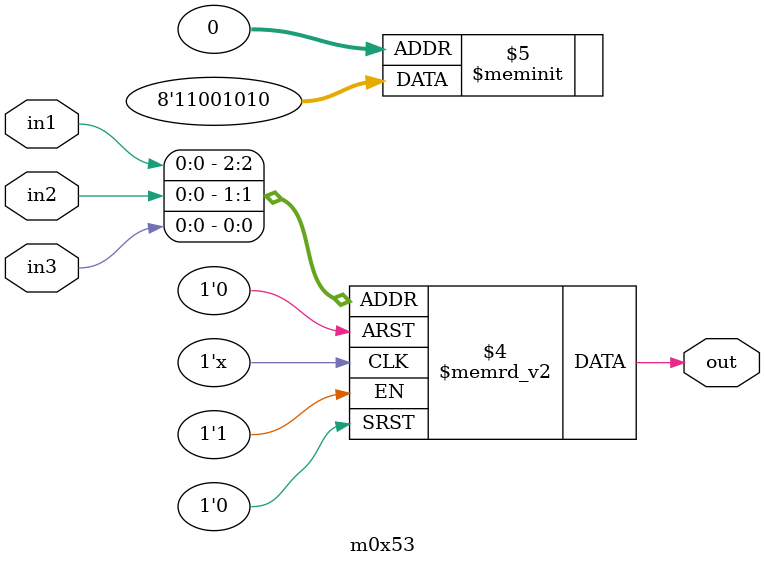
<source format=v>
module m0x53(output out, input in1, in2, in3);

   always @(in1, in2, in3)
     begin
        case({in1, in2, in3})
          3'b000: {out} = 1'b0;
          3'b001: {out} = 1'b1;
          3'b010: {out} = 1'b0;
          3'b011: {out} = 1'b1;
          3'b100: {out} = 1'b0;
          3'b101: {out} = 1'b0;
          3'b110: {out} = 1'b1;
          3'b111: {out} = 1'b1;
        endcase // case ({in1, in2, in3})
     end // always @ (in1, in2, in3)

endmodule // m0x53
</source>
